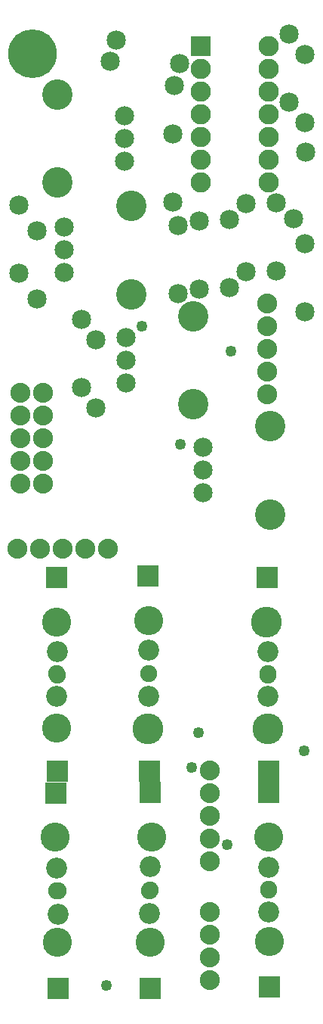
<source format=gts>
G04 MADE WITH FRITZING*
G04 WWW.FRITZING.ORG*
G04 DOUBLE SIDED*
G04 HOLES PLATED*
G04 CONTOUR ON CENTER OF CONTOUR VECTOR*
%ASAXBY*%
%FSLAX23Y23*%
%MOIN*%
%OFA0B0*%
%SFA1.0B1.0*%
%ADD10C,0.049370*%
%ADD11C,0.088000*%
%ADD12C,0.092900*%
%ADD13C,0.092836*%
%ADD14C,0.075328*%
%ADD15C,0.084667*%
%ADD16C,0.084695*%
%ADD17C,0.134033*%
%ADD18C,0.135984*%
%ADD19C,0.128110*%
%ADD20C,0.089370*%
%ADD21C,0.085000*%
%ADD22C,0.214725*%
%ADD23R,0.096614X0.096614*%
%ADD24R,0.089370X0.089370*%
%LNMASK1*%
G90*
G70*
G54D10*
X841Y1118D03*
X872Y1272D03*
X1336Y1191D03*
X997Y778D03*
X790Y2540D03*
X1014Y2953D03*
X621Y3060D03*
X463Y158D03*
G54D11*
X1175Y3162D03*
X1175Y3062D03*
X1175Y2962D03*
X1175Y2862D03*
X1175Y2762D03*
X83Y2769D03*
X83Y2669D03*
X83Y2569D03*
X83Y2469D03*
X83Y2369D03*
X83Y2769D03*
X83Y2669D03*
X83Y2569D03*
X83Y2469D03*
X83Y2369D03*
X183Y2369D03*
X183Y2469D03*
X183Y2569D03*
X183Y2669D03*
X183Y2769D03*
G54D12*
X648Y1962D03*
G54D13*
X651Y1634D03*
G54D14*
X651Y1532D03*
G54D12*
X244Y1955D03*
G54D13*
X246Y1628D03*
G54D14*
X246Y1525D03*
G54D15*
X550Y3012D03*
X550Y2912D03*
G54D16*
X550Y2812D03*
G54D17*
X846Y3106D03*
X846Y2717D03*
G54D15*
X891Y2527D03*
X891Y2427D03*
G54D16*
X891Y2327D03*
G54D17*
X1187Y2621D03*
X1187Y2233D03*
G54D15*
X278Y3497D03*
X278Y3397D03*
G54D16*
X278Y3297D03*
G54D17*
X573Y3591D03*
X573Y3203D03*
G54D15*
X545Y3789D03*
X545Y3889D03*
G54D16*
X545Y3989D03*
G54D17*
X249Y3695D03*
X249Y4083D03*
G54D18*
X1178Y1289D03*
X647Y1289D03*
G54D19*
X244Y1291D03*
X663Y810D03*
G54D18*
X1172Y1758D03*
G54D19*
X247Y347D03*
X650Y1764D03*
X1183Y350D03*
X244Y1758D03*
X658Y347D03*
X1181Y810D03*
X239Y811D03*
G54D12*
X241Y1004D03*
G54D13*
X243Y676D03*
G54D14*
X243Y574D03*
G54D11*
X922Y180D03*
X922Y280D03*
X922Y380D03*
X922Y480D03*
X72Y2080D03*
X172Y2080D03*
X272Y2080D03*
X372Y2080D03*
X472Y2080D03*
G54D12*
X654Y1102D03*
G54D13*
X651Y1430D03*
G54D14*
X651Y1532D03*
G54D12*
X1173Y1956D03*
G54D13*
X1176Y1628D03*
G54D14*
X1176Y1526D03*
G54D12*
X1180Y1102D03*
G54D13*
X1177Y1430D03*
G54D14*
X1177Y1532D03*
G54D12*
X1180Y1007D03*
G54D13*
X1182Y679D03*
G54D14*
X1182Y577D03*
G54D12*
X1185Y152D03*
G54D13*
X1182Y480D03*
G54D14*
X1182Y582D03*
G54D12*
X656Y1007D03*
G54D13*
X658Y680D03*
G54D14*
X658Y577D03*
G54D12*
X247Y1102D03*
G54D13*
X244Y1430D03*
G54D14*
X244Y1532D03*
G54D12*
X252Y144D03*
G54D13*
X250Y472D03*
G54D14*
X250Y574D03*
G54D12*
X658Y146D03*
G54D13*
X655Y474D03*
G54D14*
X655Y576D03*
G54D20*
X880Y4294D03*
X1180Y4294D03*
X880Y4194D03*
X1180Y4194D03*
X880Y4094D03*
X1180Y4094D03*
X880Y3994D03*
X1180Y3994D03*
X880Y3894D03*
X1180Y3894D03*
X880Y3794D03*
X1180Y3794D03*
X880Y3694D03*
X1180Y3694D03*
G54D21*
X416Y3001D03*
X416Y2701D03*
X1271Y4048D03*
X1271Y4348D03*
X353Y3092D03*
X353Y2792D03*
X157Y3483D03*
X157Y3183D03*
X76Y3594D03*
X76Y3294D03*
X1342Y3425D03*
X1342Y3125D03*
X1007Y3531D03*
X1007Y3231D03*
X782Y3505D03*
X782Y3205D03*
X1341Y4259D03*
X1341Y3959D03*
X1213Y3304D03*
X1213Y3604D03*
X756Y3909D03*
X756Y3609D03*
X482Y4227D03*
X763Y4123D03*
X1344Y3829D03*
X1292Y3534D03*
X1080Y3602D03*
X1080Y3302D03*
X506Y4320D03*
X788Y4217D03*
X875Y3226D03*
X875Y3526D03*
G54D22*
X137Y4262D03*
G54D11*
X922Y705D03*
X922Y805D03*
X922Y905D03*
X922Y1005D03*
X922Y1105D03*
G54D23*
X648Y1962D03*
X244Y1955D03*
X241Y1004D03*
X654Y1102D03*
X1173Y1956D03*
X1180Y1102D03*
X1180Y1007D03*
X1185Y152D03*
X656Y1007D03*
X247Y1102D03*
X252Y144D03*
X658Y146D03*
G54D24*
X880Y4294D03*
G04 End of Mask1*
M02*
</source>
